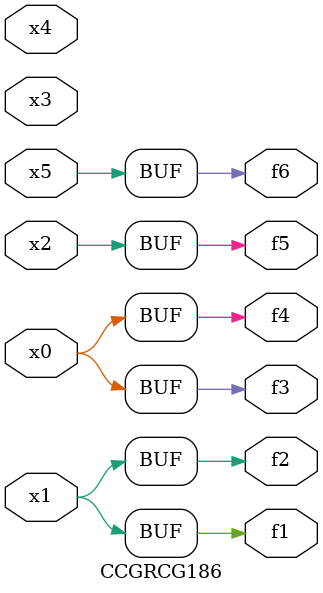
<source format=v>
module CCGRCG186(
	input x0, x1, x2, x3, x4, x5,
	output f1, f2, f3, f4, f5, f6
);
	assign f1 = x1;
	assign f2 = x1;
	assign f3 = x0;
	assign f4 = x0;
	assign f5 = x2;
	assign f6 = x5;
endmodule

</source>
